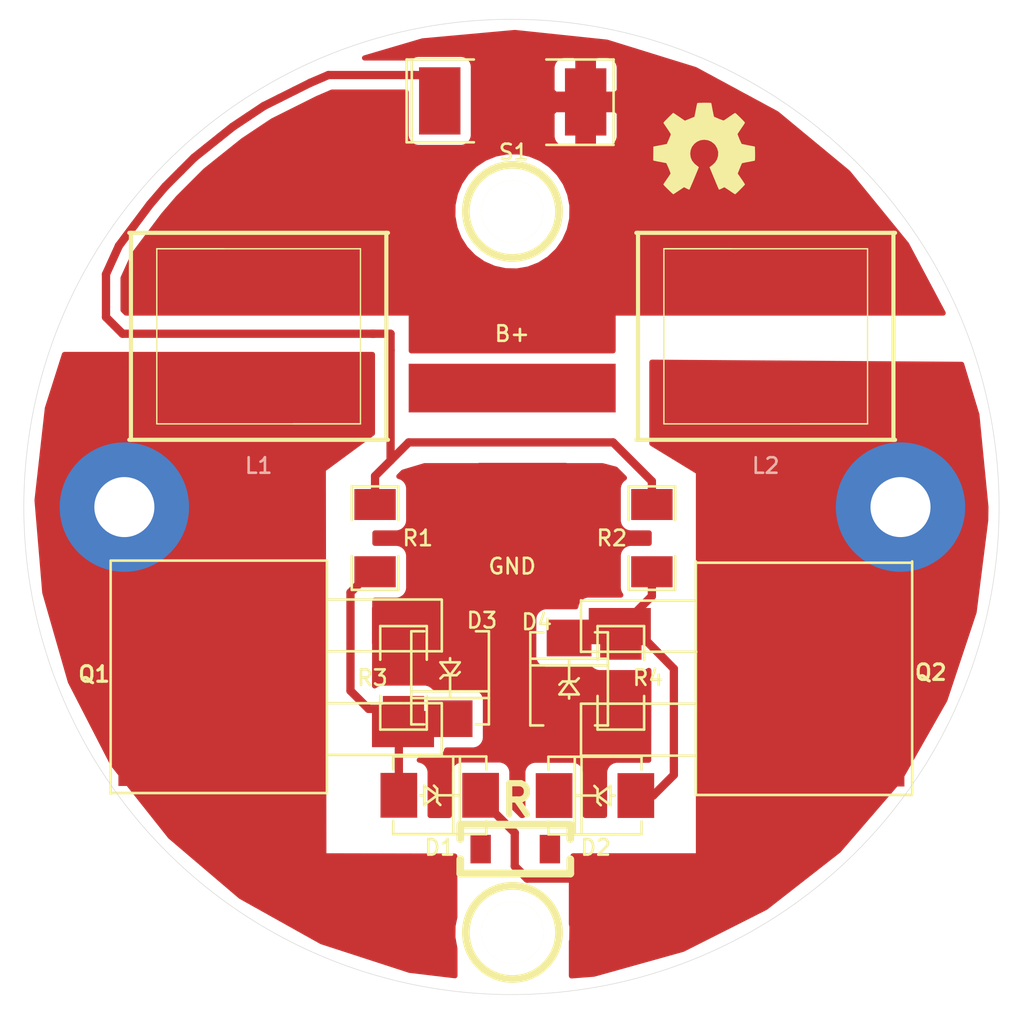
<source format=kicad_pcb>
(kicad_pcb (version 20171130) (host pcbnew "(5.1.12)-1")

  (general
    (thickness 1.6002)
    (drawings 1)
    (tracks 57)
    (zones 0)
    (modules 30)
    (nets 8)
  )

  (page A4)
  (title_block
    (title "SMT-ZVS Driver")
    (rev 9J)
  )

  (layers
    (0 Front mixed)
    (31 Back power hide)
    (32 B.Adhes user hide)
    (33 F.Adhes user)
    (34 B.Paste user hide)
    (35 F.Paste user)
    (36 B.SilkS user hide)
    (37 F.SilkS user)
    (38 B.Mask user hide)
    (39 F.Mask user)
    (40 Dwgs.User user)
    (41 Cmts.User user)
    (42 Eco1.User user)
    (43 Eco2.User user)
    (44 Edge.Cuts user)
  )

  (setup
    (last_trace_width 0.4064)
    (user_trace_width 0.6096)
    (user_trace_width 0.8128)
    (user_trace_width 1.2192)
    (trace_clearance 0.3302)
    (zone_clearance 0.508)
    (zone_45_only yes)
    (trace_min 0.3302)
    (via_size 0.889)
    (via_drill 0.3556)
    (via_min_size 0.889)
    (via_min_drill 0.3556)
    (uvia_size 0.508)
    (uvia_drill 0.127)
    (uvias_allowed no)
    (uvia_min_size 0.508)
    (uvia_min_drill 0.127)
    (edge_width 0.1)
    (segment_width 0.2)
    (pcb_text_width 0.3)
    (pcb_text_size 1.5 1.5)
    (mod_edge_width 0.15)
    (mod_text_size 1 1)
    (mod_text_width 0.15)
    (pad_size 6.35 6.35)
    (pad_drill 2.9464)
    (pad_to_mask_clearance 0)
    (aux_axis_origin 0 0)
    (visible_elements 7FFFFFFF)
    (pcbplotparams
      (layerselection 0x00030_ffffffff)
      (usegerberextensions true)
      (usegerberattributes true)
      (usegerberadvancedattributes true)
      (creategerberjobfile true)
      (excludeedgelayer true)
      (linewidth 0.150000)
      (plotframeref false)
      (viasonmask false)
      (mode 1)
      (useauxorigin false)
      (hpglpennumber 1)
      (hpglpenspeed 20)
      (hpglpendiameter 15.000000)
      (psnegative false)
      (psa4output false)
      (plotreference true)
      (plotvalue false)
      (plotinvisibletext false)
      (padsonsilk false)
      (subtractmaskfromsilk true)
      (outputformat 1)
      (mirror false)
      (drillshape 0)
      (scaleselection 1)
      (outputdirectory "/home/user/kicad/IH-10/"))
  )

  (net 0 "")
  (net 1 +BATT)
  (net 2 GND)
  (net 3 N-000002)
  (net 4 N-000004)
  (net 5 N-000005)
  (net 6 N-000006)
  (net 7 N-000007)

  (net_class Default "This is the default net class."
    (clearance 0.3302)
    (trace_width 0.4064)
    (via_dia 0.889)
    (via_drill 0.3556)
    (uvia_dia 0.508)
    (uvia_drill 0.127)
    (add_net +BATT)
    (add_net GND)
    (add_net N-000002)
    (add_net N-000004)
    (add_net N-000005)
    (add_net N-000006)
    (add_net N-000007)
  )

  (module 1pin locked (layer Front) (tedit 56606DD9) (tstamp 55BCAF6A)
    (at 65.7987 33.4899)
    (descr "module 1 pin (ou trou mecanique de percage)")
    (tags DEV)
    (path 1pin)
    (clearance 1.27)
    (zone_connect 0)
    (fp_text reference mount (at 0 -3.048) (layer F.SilkS) hide
      (effects (font (size 1.016 1.016) (thickness 0.254)))
    )
    (fp_text value P*** (at 0 2.794) (layer F.SilkS) hide
      (effects (font (size 1.016 1.016) (thickness 0.254)))
    )
    (fp_circle (center 0 0) (end 0 -2.286) (layer F.SilkS) (width 0.381))
    (pad "" np_thru_hole circle (at 0 0) (size 3.048 3.048) (drill 3.048) (layers *.Cu F.SilkS F.Mask)
      (zone_connect 0))
  )

  (module SM2112L (layer Front) (tedit 55B7CB13) (tstamp 555E883C)
    (at 65.6844 28.067)
    (attr smd)
    (fp_text reference S1 (at 0.1778 2.5146) (layer F.SilkS)
      (effects (font (size 0.762 0.762) (thickness 0.127)))
    )
    (fp_text value Val** (at -0.889 0 90) (layer F.SilkS) hide
      (effects (font (size 0.762 0.762) (thickness 0.1905)))
    )
    (fp_line (start 5.08 2.159) (end 1.778 2.159) (layer F.SilkS) (width 0.127))
    (fp_line (start 5.08 -2.032) (end 5.08 2.032) (layer F.SilkS) (width 0.127))
    (fp_line (start 1.778 -2.032) (end 5.08 -2.032) (layer F.SilkS) (width 0.127))
    (fp_line (start -1.778 -2.032) (end -5.08 -2.032) (layer F.SilkS) (width 0.127))
    (fp_line (start -1.778 2.032) (end -5.08 2.032) (layer F.SilkS) (width 0.127))
    (fp_line (start -4.826 -2.032) (end -4.826 2.032) (layer F.SilkS) (width 0.127))
    (fp_line (start -5.08 -2.032) (end -5.08 2.032) (layer F.SilkS) (width 0.127))
    (pad 2 smd rect (at 3.7084 0.0508) (size 2.032 3.302) (layers Front F.Paste F.Mask)
      (net 1 +BATT) (zone_connect 1) (thermal_width 1.016) (thermal_gap 0.508))
    (pad 1 smd rect (at -3.4544 0) (size 2.032 3.302) (layers Front F.Paste F.Mask)
      (net 5 N-000005))
    (model smd/chip_cms.wrl
      (at (xyz 0 0 0))
      (scale (xyz 0.3 0.4 0.4))
      (rotate (xyz 0 0 0))
    )
  )

  (module inductor-coilcraft-xal1010-102 (layer Front) (tedit 55B95497) (tstamp 5524B50A)
    (at 53.34 39.624 270)
    (descr "SMD INDUCTOR")
    (tags "SMD INDUCTOR")
    (path /52DDAEDB)
    (attr smd)
    (fp_text reference L1 (at 6.35 0) (layer B.SilkS)
      (effects (font (size 0.762 0.762) (thickness 0.127)))
    )
    (fp_text value INDUCTOR (at -1.45796 3.86334 270) (layer B.SilkS) hide
      (effects (font (size 1.27 1.27) (thickness 0.0889)))
    )
    (fp_line (start 5.08 6.26872) (end -5.08 6.26872) (layer F.SilkS) (width 0.2032))
    (fp_line (start 5.08 -6.26872) (end -5.08 -6.26872) (layer F.SilkS) (width 0.2032))
    (fp_line (start 5.08 6.35) (end 5.08 -6.35) (layer F.SilkS) (width 0.2032))
    (fp_line (start -5.08 -6.35) (end -5.08 6.35) (layer F.SilkS) (width 0.2032))
    (fp_line (start -4.29768 4.99872) (end -4.29768 -4.99872) (layer F.SilkS) (width 0.06604))
    (fp_line (start -4.29768 -4.99872) (end 4.29768 -4.99872) (layer F.SilkS) (width 0.06604))
    (fp_line (start 4.29768 4.99872) (end 4.29768 -4.99872) (layer F.SilkS) (width 0.06604))
    (fp_line (start -4.29768 4.99872) (end 4.29768 4.99872) (layer F.SilkS) (width 0.06604))
    (fp_line (start 4.29768 -1.69926) (end 4.29768 -4.99872) (layer F.SilkS) (width 0.06604))
    (fp_line (start -4.29768 4.99872) (end -4.29768 1.69926) (layer F.SilkS) (width 0.06604))
    (pad 1 smd rect (at -3.3274 0 270) (size 2.3876 11.303) (layers Front F.Paste F.Mask)
      (net 1 +BATT))
    (pad 2 smd rect (at 3.3274 0 270) (size 2.3876 11.303) (layers Front F.Paste F.Mask)
      (net 6 N-000006))
  )

  (module via (layer Front) (tedit 55324D26) (tstamp 55324D07)
    (at 72.009 54.61)
    (descr "module 1 pin (ou trou mecanique de percage)")
    (tags DEV)
    (path 1pin)
    (zone_connect 2)
    (fp_text reference "" (at 0 2.54) (layer F.SilkS) hide
      (effects (font (size 1.016 1.016) (thickness 0.254)))
    )
    (fp_text value "" (at 0 2.794) (layer F.SilkS) hide
      (effects (font (size 1.016 1.016) (thickness 0.254)))
    )
  )

  (module via (layer Front) (tedit 55324D10) (tstamp 5520A6B3)
    (at 70.739 54.61)
    (descr "module 1 pin (ou trou mecanique de percage)")
    (tags DEV)
    (path 1pin)
    (zone_connect 2)
    (fp_text reference "" (at 0 2.54) (layer F.SilkS) hide
      (effects (font (size 1.016 1.016) (thickness 0.254)))
    )
    (fp_text value "" (at 0 2.794) (layer F.SilkS) hide
      (effects (font (size 1.016 1.016) (thickness 0.254)))
    )
  )

  (module via (layer Front) (tedit 55324CDF) (tstamp 5520A698)
    (at 72.009 55.626)
    (descr "module 1 pin (ou trou mecanique de percage)")
    (tags DEV)
    (path 1pin)
    (zone_connect 2)
    (fp_text reference "" (at 0 2.54) (layer F.SilkS) hide
      (effects (font (size 1.016 1.016) (thickness 0.254)))
    )
    (fp_text value "" (at 0 2.794) (layer F.SilkS) hide
      (effects (font (size 1.016 1.016) (thickness 0.254)))
    )
  )

  (module via (layer Front) (tedit 55324CD4) (tstamp 5520A6A1)
    (at 70.739 55.626)
    (descr "module 1 pin (ou trou mecanique de percage)")
    (tags DEV)
    (path 1pin)
    (zone_connect 2)
    (fp_text reference "" (at 0 2.54) (layer F.SilkS) hide
      (effects (font (size 1.016 1.016) (thickness 0.254)))
    )
    (fp_text value "" (at 0 2.794) (layer F.SilkS) hide
      (effects (font (size 1.016 1.016) (thickness 0.254)))
    )
  )

  (module via (layer Front) (tedit 55324CAC) (tstamp 5520A6E7)
    (at 60.96 52.07)
    (descr "module 1 pin (ou trou mecanique de percage)")
    (tags DEV)
    (path 1pin)
    (zone_connect 2)
    (fp_text reference "" (at 0 2.54) (layer F.SilkS) hide
      (effects (font (size 1.016 1.016) (thickness 0.254)))
    )
    (fp_text value "" (at 0 2.794) (layer F.SilkS) hide
      (effects (font (size 1.016 1.016) (thickness 0.254)))
    )
  )

  (module via (layer Front) (tedit 55324CBB) (tstamp 551F435C)
    (at 62.23 52.07)
    (descr "module 1 pin (ou trou mecanique de percage)")
    (tags DEV)
    (path 1pin)
    (zone_connect 2)
    (fp_text reference "" (at 0 2.54) (layer F.SilkS) hide
      (effects (font (size 1.016 1.016) (thickness 0.254)))
    )
    (fp_text value "" (at 0 2.794) (layer F.SilkS) hide
      (effects (font (size 1.016 1.016) (thickness 0.254)))
    )
  )

  (module via (layer Front) (tedit 55324CC1) (tstamp 551F4353)
    (at 62.23 53.086)
    (descr "module 1 pin (ou trou mecanique de percage)")
    (tags DEV)
    (path 1pin)
    (zone_connect 2)
    (fp_text reference "" (at 0 2.54) (layer F.SilkS) hide
      (effects (font (size 1.016 1.016) (thickness 0.254)))
    )
    (fp_text value "" (at 0 2.794) (layer F.SilkS) hide
      (effects (font (size 1.016 1.016) (thickness 0.254)))
    )
  )

  (module DO214 (layer Front) (tedit 55B94DB6) (tstamp 52E43FF0)
    (at 62.738 56.388 270)
    (descr "DO214AC PACKAGE. MONODIRECTIONAL.")
    (tags "DO214AC PACKAGE. MONODIRECTIONAL.")
    (path /52DDB1BE)
    (attr smd)
    (fp_text reference D3 (at -2.8194 -1.5621) (layer F.SilkS)
      (effects (font (size 0.762 0.762) (thickness 0.127)))
    )
    (fp_text value ZENER (at 0.254 2.921 270) (layer F.SilkS) hide
      (effects (font (size 1.27 1.27) (thickness 0.0889)))
    )
    (fp_line (start -0.127 0) (end 0.98298 0) (layer F.SilkS) (width 0.127))
    (fp_line (start -0.127 0.3175) (end 0.03048 0.47498) (layer F.SilkS) (width 0.127))
    (fp_line (start -0.127 0) (end -0.127 0.3175) (layer F.SilkS) (width 0.127))
    (fp_line (start -0.127 -0.3175) (end -0.28448 -0.47498) (layer F.SilkS) (width 0.127))
    (fp_line (start -0.127 0) (end -0.127 -0.3175) (layer F.SilkS) (width 0.127))
    (fp_line (start -0.762 0.47498) (end -0.127 0) (layer F.SilkS) (width 0.127))
    (fp_line (start -0.762 0) (end -0.762 0.47498) (layer F.SilkS) (width 0.127))
    (fp_line (start -0.762 -0.47498) (end -0.762 0) (layer F.SilkS) (width 0.127))
    (fp_line (start -0.127 0) (end -0.762 -0.47498) (layer F.SilkS) (width 0.127))
    (fp_line (start -2.286 -1.27) (end -2.286 -1.905) (layer F.SilkS) (width 0.127))
    (fp_line (start 2.286 1.905) (end 2.286 1.27) (layer F.SilkS) (width 0.127))
    (fp_line (start -2.286 1.905) (end 2.286 1.905) (layer F.SilkS) (width 0.127))
    (fp_line (start -2.286 1.27) (end -2.286 1.905) (layer F.SilkS) (width 0.127))
    (fp_line (start 0.9906 1.905) (end 0.9906 -1.905) (layer F.SilkS) (width 0.127))
    (fp_line (start 0.6604 1.905) (end 0.6604 -1.905) (layer F.SilkS) (width 0.127))
    (fp_line (start 2.286 -1.905) (end 2.286 -1.27) (layer F.SilkS) (width 0.127))
    (fp_line (start -2.286 -1.905) (end 2.286 -1.905) (layer F.SilkS) (width 0.127))
    (fp_line (start -0.762 0) (end -0.9652 0) (layer F.SilkS) (width 0.127))
    (pad 1 smd rect (at -2.0066 0 270) (size 1.80086 2.19964) (layers Front F.Paste F.Mask)
      (net 2 GND))
    (pad 2 smd rect (at 2.0066 0 270) (size 1.80086 2.19964) (layers Front F.Paste F.Mask)
      (net 4 N-000004))
    (model smd/do214.wrl
      (at (xyz 0 0 0))
      (scale (xyz 1 1 1))
      (rotate (xyz 0 0 0))
    )
  )

  (module DO214 (layer Front) (tedit 55B94DD8) (tstamp 5516D487)
    (at 68.58 56.4388 90)
    (descr "DO214AC PACKAGE. MONODIRECTIONAL.")
    (tags "DO214AC PACKAGE. MONODIRECTIONAL.")
    (path /52DDB1DC)
    (attr smd)
    (fp_text reference D4 (at 2.794 -1.5875 180) (layer F.SilkS)
      (effects (font (size 0.762 0.762) (thickness 0.127)))
    )
    (fp_text value ZENER (at 0.254 2.921 90) (layer F.SilkS) hide
      (effects (font (size 1.27 1.27) (thickness 0.0889)))
    )
    (fp_line (start -0.127 0) (end 0.98298 0) (layer F.SilkS) (width 0.127))
    (fp_line (start -0.127 0.3175) (end 0.03048 0.47498) (layer F.SilkS) (width 0.127))
    (fp_line (start -0.127 0) (end -0.127 0.3175) (layer F.SilkS) (width 0.127))
    (fp_line (start -0.127 -0.3175) (end -0.28448 -0.47498) (layer F.SilkS) (width 0.127))
    (fp_line (start -0.127 0) (end -0.127 -0.3175) (layer F.SilkS) (width 0.127))
    (fp_line (start -0.762 0.47498) (end -0.127 0) (layer F.SilkS) (width 0.127))
    (fp_line (start -0.762 0) (end -0.762 0.47498) (layer F.SilkS) (width 0.127))
    (fp_line (start -0.762 -0.47498) (end -0.762 0) (layer F.SilkS) (width 0.127))
    (fp_line (start -0.127 0) (end -0.762 -0.47498) (layer F.SilkS) (width 0.127))
    (fp_line (start -2.286 -1.27) (end -2.286 -1.905) (layer F.SilkS) (width 0.127))
    (fp_line (start 2.286 1.905) (end 2.286 1.27) (layer F.SilkS) (width 0.127))
    (fp_line (start -2.286 1.905) (end 2.286 1.905) (layer F.SilkS) (width 0.127))
    (fp_line (start -2.286 1.27) (end -2.286 1.905) (layer F.SilkS) (width 0.127))
    (fp_line (start 0.9906 1.905) (end 0.9906 -1.905) (layer F.SilkS) (width 0.127))
    (fp_line (start 0.6604 1.905) (end 0.6604 -1.905) (layer F.SilkS) (width 0.127))
    (fp_line (start 2.286 -1.905) (end 2.286 -1.27) (layer F.SilkS) (width 0.127))
    (fp_line (start -2.286 -1.905) (end 2.286 -1.905) (layer F.SilkS) (width 0.127))
    (fp_line (start -0.762 0) (end -0.9652 0) (layer F.SilkS) (width 0.127))
    (pad 1 smd rect (at -2.0066 0 90) (size 1.80086 2.19964) (layers Front F.Paste F.Mask)
      (net 2 GND))
    (pad 2 smd rect (at 2.0066 0 90) (size 1.80086 2.19964) (layers Front F.Paste F.Mask)
      (net 3 N-000002))
    (model smd/do214.wrl
      (at (xyz 0 0 0))
      (scale (xyz 1 1 1))
      (rotate (xyz 0 0 0))
    )
  )

  (module SM1206 (layer Front) (tedit 559595B2) (tstamp 52AB74E6)
    (at 72.644 49.53 270)
    (path /52DDB78E)
    (attr smd)
    (fp_text reference R2 (at 0 1.9685) (layer F.SilkS)
      (effects (font (size 0.762 0.762) (thickness 0.127)))
    )
    (fp_text value 270 (at 0 0 270) (layer F.SilkS) hide
      (effects (font (size 0.762 0.762) (thickness 0.127)))
    )
    (fp_line (start -0.889 -1.143) (end -2.54 -1.143) (layer F.SilkS) (width 0.127))
    (fp_line (start 2.54 1.143) (end 0.889 1.143) (layer F.SilkS) (width 0.127))
    (fp_line (start 2.54 -1.143) (end 2.54 1.143) (layer F.SilkS) (width 0.127))
    (fp_line (start 0.889 -1.143) (end 2.54 -1.143) (layer F.SilkS) (width 0.127))
    (fp_line (start -2.54 1.143) (end -0.889 1.143) (layer F.SilkS) (width 0.127))
    (fp_line (start -2.54 -1.143) (end -2.54 1.143) (layer F.SilkS) (width 0.127))
    (pad 1 smd rect (at -1.651 0 270) (size 1.524 2.032) (layers Front F.Paste F.Mask)
      (net 5 N-000005))
    (pad 2 smd rect (at 1.651 0 270) (size 1.524 2.032) (layers Front F.Paste F.Mask)
      (net 3 N-000002))
    (model smd/chip_cms.wrl
      (at (xyz 0 0 0))
      (scale (xyz 0.17 0.16 0.16))
      (rotate (xyz 0 0 0))
    )
  )

  (module DO214 (layer Front) (tedit 566075AB) (tstamp 55BA6259)
    (at 69.85 62.1665 180)
    (descr "DO214AC PACKAGE. MONODIRECTIONAL.")
    (tags "DO214AC PACKAGE. MONODIRECTIONAL.")
    (path /52DDB383)
    (attr smd)
    (fp_text reference D2 (at -0.0381 -2.5527 180) (layer F.SilkS)
      (effects (font (size 0.762 0.762) (thickness 0.127)))
    )
    (fp_text value DIODE (at 0.254 2.921 180) (layer F.SilkS) hide
      (effects (font (size 1.27 1.27) (thickness 0.0889)))
    )
    (fp_line (start -0.127 0) (end 0.98298 0) (layer F.SilkS) (width 0.127))
    (fp_line (start -0.127 0.3175) (end 0.03048 0.47498) (layer F.SilkS) (width 0.127))
    (fp_line (start -0.127 0) (end -0.127 0.3175) (layer F.SilkS) (width 0.127))
    (fp_line (start -0.127 -0.3175) (end -0.28448 -0.47498) (layer F.SilkS) (width 0.127))
    (fp_line (start -0.127 0) (end -0.127 -0.3175) (layer F.SilkS) (width 0.127))
    (fp_line (start -0.762 0.47498) (end -0.127 0) (layer F.SilkS) (width 0.127))
    (fp_line (start -0.762 0) (end -0.762 0.47498) (layer F.SilkS) (width 0.127))
    (fp_line (start -0.762 -0.47498) (end -0.762 0) (layer F.SilkS) (width 0.127))
    (fp_line (start -0.127 0) (end -0.762 -0.47498) (layer F.SilkS) (width 0.127))
    (fp_line (start -2.286 -1.27) (end -2.286 -1.905) (layer F.SilkS) (width 0.127))
    (fp_line (start 2.286 1.905) (end 2.286 1.27) (layer F.SilkS) (width 0.127))
    (fp_line (start -2.286 1.905) (end 2.286 1.905) (layer F.SilkS) (width 0.127))
    (fp_line (start -2.286 1.27) (end -2.286 1.905) (layer F.SilkS) (width 0.127))
    (fp_line (start 0.9906 1.905) (end 0.9906 -1.905) (layer F.SilkS) (width 0.127))
    (fp_line (start 0.6604 1.905) (end 0.6604 -1.905) (layer F.SilkS) (width 0.127))
    (fp_line (start 2.286 -1.905) (end 2.286 -1.27) (layer F.SilkS) (width 0.127))
    (fp_line (start -2.286 -1.905) (end 2.286 -1.905) (layer F.SilkS) (width 0.127))
    (fp_line (start -0.762 0) (end -0.9652 0) (layer F.SilkS) (width 0.127))
    (pad 1 smd rect (at -2.0066 0 180) (size 1.80086 2.19964) (layers Front F.Paste F.Mask)
      (net 3 N-000002))
    (pad 2 smd rect (at 2.0066 0 180) (size 1.80086 2.19964) (layers Front F.Paste F.Mask)
      (net 6 N-000006))
    (model smd/do214.wrl
      (at (xyz 0 0 0))
      (scale (xyz 1 1 1))
      (rotate (xyz 0 0 0))
    )
  )

  (module DO214 (layer Front) (tedit 55B94E14) (tstamp 52AB7D18)
    (at 62.23 62.1538)
    (descr "DO214AC PACKAGE. MONODIRECTIONAL.")
    (tags "DO214AC PACKAGE. MONODIRECTIONAL.")
    (path /52DDB301)
    (attr smd)
    (fp_text reference D1 (at 0 2.5654) (layer F.SilkS)
      (effects (font (size 0.762 0.762) (thickness 0.127)))
    )
    (fp_text value DIODE (at 0.254 2.921) (layer F.SilkS) hide
      (effects (font (size 1.27 1.27) (thickness 0.0889)))
    )
    (fp_line (start -0.127 0) (end 0.98298 0) (layer F.SilkS) (width 0.127))
    (fp_line (start -0.127 0.3175) (end 0.03048 0.47498) (layer F.SilkS) (width 0.127))
    (fp_line (start -0.127 0) (end -0.127 0.3175) (layer F.SilkS) (width 0.127))
    (fp_line (start -0.127 -0.3175) (end -0.28448 -0.47498) (layer F.SilkS) (width 0.127))
    (fp_line (start -0.127 0) (end -0.127 -0.3175) (layer F.SilkS) (width 0.127))
    (fp_line (start -0.762 0.47498) (end -0.127 0) (layer F.SilkS) (width 0.127))
    (fp_line (start -0.762 0) (end -0.762 0.47498) (layer F.SilkS) (width 0.127))
    (fp_line (start -0.762 -0.47498) (end -0.762 0) (layer F.SilkS) (width 0.127))
    (fp_line (start -0.127 0) (end -0.762 -0.47498) (layer F.SilkS) (width 0.127))
    (fp_line (start -2.286 -1.27) (end -2.286 -1.905) (layer F.SilkS) (width 0.127))
    (fp_line (start 2.286 1.905) (end 2.286 1.27) (layer F.SilkS) (width 0.127))
    (fp_line (start -2.286 1.905) (end 2.286 1.905) (layer F.SilkS) (width 0.127))
    (fp_line (start -2.286 1.27) (end -2.286 1.905) (layer F.SilkS) (width 0.127))
    (fp_line (start 0.9906 1.905) (end 0.9906 -1.905) (layer F.SilkS) (width 0.127))
    (fp_line (start 0.6604 1.905) (end 0.6604 -1.905) (layer F.SilkS) (width 0.127))
    (fp_line (start 2.286 -1.905) (end 2.286 -1.27) (layer F.SilkS) (width 0.127))
    (fp_line (start -2.286 -1.905) (end 2.286 -1.905) (layer F.SilkS) (width 0.127))
    (fp_line (start -0.762 0) (end -0.9652 0) (layer F.SilkS) (width 0.127))
    (pad 1 smd rect (at -2.0066 0) (size 1.80086 2.19964) (layers Front F.Paste F.Mask)
      (net 4 N-000004))
    (pad 2 smd rect (at 2.0066 0) (size 1.80086 2.19964) (layers Front F.Paste F.Mask)
      (net 7 N-000007))
    (model smd/do214.wrl
      (at (xyz 0 0 0))
      (scale (xyz 1 1 1))
      (rotate (xyz 0 0 0))
    )
  )

  (module SM1206 (layer Front) (tedit 55959627) (tstamp 531E1973)
    (at 60.452 56.388 90)
    (path /531E1DC6)
    (attr smd)
    (fp_text reference R3 (at 0 -1.524 180) (layer F.SilkS)
      (effects (font (size 0.762 0.762) (thickness 0.127)))
    )
    (fp_text value 10K (at 0 0 90) (layer F.SilkS) hide
      (effects (font (size 0.762 0.762) (thickness 0.127)))
    )
    (fp_line (start -0.889 -1.143) (end -2.54 -1.143) (layer F.SilkS) (width 0.127))
    (fp_line (start 2.54 1.143) (end 0.889 1.143) (layer F.SilkS) (width 0.127))
    (fp_line (start 2.54 -1.143) (end 2.54 1.143) (layer F.SilkS) (width 0.127))
    (fp_line (start 0.889 -1.143) (end 2.54 -1.143) (layer F.SilkS) (width 0.127))
    (fp_line (start -2.54 1.143) (end -0.889 1.143) (layer F.SilkS) (width 0.127))
    (fp_line (start -2.54 -1.143) (end -2.54 1.143) (layer F.SilkS) (width 0.127))
    (pad 1 smd rect (at -1.651 0 90) (size 1.524 2.032) (layers Front F.Paste F.Mask)
      (net 4 N-000004))
    (pad 2 smd rect (at 1.651 0 90) (size 1.524 2.032) (layers Front F.Paste F.Mask)
      (net 2 GND))
    (model smd/chip_cms.wrl
      (at (xyz 0 0 0))
      (scale (xyz 0.17 0.16 0.16))
      (rotate (xyz 0 0 0))
    )
  )

  (module SM1206 (layer Front) (tedit 55959640) (tstamp 531E1CCB)
    (at 71.12 56.388 270)
    (path /531E1DD4)
    (attr smd)
    (fp_text reference R4 (at 0 -1.3335) (layer F.SilkS)
      (effects (font (size 0.762 0.762) (thickness 0.127)))
    )
    (fp_text value 10K (at 0 0 270) (layer F.SilkS) hide
      (effects (font (size 0.762 0.762) (thickness 0.127)))
    )
    (fp_line (start -0.889 -1.143) (end -2.54 -1.143) (layer F.SilkS) (width 0.127))
    (fp_line (start 2.54 1.143) (end 0.889 1.143) (layer F.SilkS) (width 0.127))
    (fp_line (start 2.54 -1.143) (end 2.54 1.143) (layer F.SilkS) (width 0.127))
    (fp_line (start 0.889 -1.143) (end 2.54 -1.143) (layer F.SilkS) (width 0.127))
    (fp_line (start -2.54 1.143) (end -0.889 1.143) (layer F.SilkS) (width 0.127))
    (fp_line (start -2.54 -1.143) (end -2.54 1.143) (layer F.SilkS) (width 0.127))
    (pad 1 smd rect (at -1.651 0 270) (size 1.524 2.032) (layers Front F.Paste F.Mask)
      (net 3 N-000002))
    (pad 2 smd rect (at 1.651 0 270) (size 1.524 2.032) (layers Front F.Paste F.Mask)
      (net 2 GND))
    (model smd/chip_cms.wrl
      (at (xyz 0 0 0))
      (scale (xyz 0.17 0.16 0.16))
      (rotate (xyz 0 0 0))
    )
  )

  (module SM1206 (layer Front) (tedit 55959597) (tstamp 5388EA5B)
    (at 59.055 49.53 270)
    (path /52DDB77B)
    (attr smd)
    (fp_text reference R1 (at 0 -2.0955) (layer F.SilkS)
      (effects (font (size 0.762 0.762) (thickness 0.127)))
    )
    (fp_text value 270 (at 0 0 270) (layer F.SilkS) hide
      (effects (font (size 0.762 0.762) (thickness 0.127)))
    )
    (fp_line (start -0.889 -1.143) (end -2.54 -1.143) (layer F.SilkS) (width 0.127))
    (fp_line (start 2.54 1.143) (end 0.889 1.143) (layer F.SilkS) (width 0.127))
    (fp_line (start 2.54 -1.143) (end 2.54 1.143) (layer F.SilkS) (width 0.127))
    (fp_line (start 0.889 -1.143) (end 2.54 -1.143) (layer F.SilkS) (width 0.127))
    (fp_line (start -2.54 1.143) (end -0.889 1.143) (layer F.SilkS) (width 0.127))
    (fp_line (start -2.54 -1.143) (end -2.54 1.143) (layer F.SilkS) (width 0.127))
    (pad 1 smd rect (at -1.651 0 270) (size 1.524 2.032) (layers Front F.Paste F.Mask)
      (net 5 N-000005))
    (pad 2 smd rect (at 1.651 0 270) (size 1.524 2.032) (layers Front F.Paste F.Mask)
      (net 4 N-000004))
    (model smd/chip_cms.wrl
      (at (xyz 0 0 0))
      (scale (xyz 0.17 0.16 0.16))
      (rotate (xyz 0 0 0))
    )
  )

  (module via (layer Front) (tedit 55324CCB) (tstamp 5518EDB0)
    (at 59.944 55.372)
    (descr "module 1 pin (ou trou mecanique de percage)")
    (tags DEV)
    (path 1pin)
    (zone_connect 2)
    (fp_text reference "" (at 0 2.54) (layer F.SilkS) hide
      (effects (font (size 1.016 1.016) (thickness 0.254)))
    )
    (fp_text value "" (at 0 2.794) (layer F.SilkS) hide
      (effects (font (size 1.016 1.016) (thickness 0.254)))
    )
  )

  (module via (layer Front) (tedit 552459C5) (tstamp 5518EDC2)
    (at 67.564 61.468)
    (descr "module 1 pin (ou trou mecanique de percage)")
    (tags DEV)
    (path 1pin)
    (zone_connect 2)
    (fp_text reference "" (at 0 2.54) (layer F.SilkS) hide
      (effects (font (size 1.016 1.016) (thickness 0.254)))
    )
    (fp_text value "" (at 0 2.794) (layer F.SilkS) hide
      (effects (font (size 1.016 1.016) (thickness 0.254)))
    )
  )

  (module via (layer Front) (tedit 552459D2) (tstamp 5518EDCB)
    (at 71.882 56.388)
    (descr "module 1 pin (ou trou mecanique de percage)")
    (tags DEV)
    (path 1pin)
    (zone_connect 2)
    (fp_text reference "" (at 0 2.54) (layer F.SilkS) hide
      (effects (font (size 1.016 1.016) (thickness 0.254)))
    )
    (fp_text value "" (at 0 2.794) (layer F.SilkS) hide
      (effects (font (size 1.016 1.016) (thickness 0.254)))
    )
  )

  (module inductor-coilcraft-xal1010-102 (layer Front) (tedit 55B954BC) (tstamp 5521D631)
    (at 78.232 39.624 270)
    (descr "SMD INDUCTOR")
    (tags "SMD INDUCTOR")
    (path /52DDAEDB)
    (attr smd)
    (fp_text reference L2 (at 6.35 0) (layer B.SilkS)
      (effects (font (size 0.762 0.762) (thickness 0.127)))
    )
    (fp_text value INDUCTOR (at -1.45796 3.86334 270) (layer B.SilkS) hide
      (effects (font (size 1.27 1.27) (thickness 0.0889)))
    )
    (fp_line (start 5.08 6.26872) (end -5.08 6.26872) (layer F.SilkS) (width 0.2032))
    (fp_line (start 5.08 -6.26872) (end -5.08 -6.26872) (layer F.SilkS) (width 0.2032))
    (fp_line (start 5.08 6.35) (end 5.08 -6.35) (layer F.SilkS) (width 0.2032))
    (fp_line (start -5.08 -6.35) (end -5.08 6.35) (layer F.SilkS) (width 0.2032))
    (fp_line (start -4.29768 4.99872) (end -4.29768 -4.99872) (layer F.SilkS) (width 0.06604))
    (fp_line (start -4.29768 -4.99872) (end 4.29768 -4.99872) (layer F.SilkS) (width 0.06604))
    (fp_line (start 4.29768 4.99872) (end 4.29768 -4.99872) (layer F.SilkS) (width 0.06604))
    (fp_line (start -4.29768 4.99872) (end 4.29768 4.99872) (layer F.SilkS) (width 0.06604))
    (fp_line (start 4.29768 -1.69926) (end 4.29768 -4.99872) (layer F.SilkS) (width 0.06604))
    (fp_line (start -4.29768 4.99872) (end -4.29768 1.69926) (layer F.SilkS) (width 0.06604))
    (pad 1 smd rect (at -3.3274 0 270) (size 2.3876 11.303) (layers Front F.Paste F.Mask)
      (net 1 +BATT))
    (pad 2 smd rect (at 3.3274 0 270) (size 2.3876 11.303) (layers Front F.Paste F.Mask)
      (net 7 N-000007))
  )

  (module 1pin locked (layer Front) (tedit 56606DF9) (tstamp 55874155)
    (at 65.7987 68.8848)
    (descr "module 1 pin (ou trou mecanique de percage)")
    (tags DEV)
    (path 1pin)
    (clearance 1.27)
    (zone_connect 0)
    (fp_text reference mount (at 0 -3.048) (layer F.SilkS) hide
      (effects (font (size 1.016 1.016) (thickness 0.254)))
    )
    (fp_text value P*** (at 0 2.794) (layer F.SilkS) hide
      (effects (font (size 1.016 1.016) (thickness 0.254)))
    )
    (fp_circle (center 0 0) (end 0 -2.286) (layer F.SilkS) (width 0.381))
    (pad "" np_thru_hole circle (at 0 0) (size 3.048 3.048) (drill 3.048) (layers *.Cu F.SilkS F.Mask)
      (zone_connect 0))
  )

  (module OSHW-logo_silkscreen-front_5mm (layer Front) (tedit 0) (tstamp 55BA60EB)
    (at 75.2094 30.4038)
    (fp_text reference G*** (at 0 2.65176) (layer F.SilkS) hide
      (effects (font (size 0.22606 0.22606) (thickness 0.04318)))
    )
    (fp_text value OSHW-logo_silkscreen-front_5mm (at 0 -2.65176) (layer F.SilkS) hide
      (effects (font (size 0.22606 0.22606) (thickness 0.04318)))
    )
    (fp_poly (pts (xy -1.51384 2.24536) (xy -1.48844 2.23012) (xy -1.43002 2.19456) (xy -1.3462 2.13868)
      (xy -1.24714 2.07264) (xy -1.14808 2.0066) (xy -1.0668 1.95326) (xy -1.01092 1.91516)
      (xy -0.98552 1.90246) (xy -0.97282 1.90754) (xy -0.9271 1.9304) (xy -0.85852 1.96596)
      (xy -0.81788 1.98628) (xy -0.75692 2.01168) (xy -0.7239 2.0193) (xy -0.71882 2.00914)
      (xy -0.69596 1.96088) (xy -0.6604 1.8796) (xy -0.61468 1.77038) (xy -0.5588 1.64338)
      (xy -0.50292 1.50876) (xy -0.4445 1.36906) (xy -0.38862 1.23444) (xy -0.34036 1.11506)
      (xy -0.29972 1.01854) (xy -0.27432 0.94996) (xy -0.26416 0.92202) (xy -0.2667 0.9144)
      (xy -0.29972 0.88392) (xy -0.35306 0.84328) (xy -0.47244 0.74676) (xy -0.58928 0.60198)
      (xy -0.6604 0.43688) (xy -0.68326 0.25146) (xy -0.66294 0.08128) (xy -0.5969 -0.08128)
      (xy -0.4826 -0.2286) (xy -0.3429 -0.33782) (xy -0.18034 -0.4064) (xy 0 -0.42926)
      (xy 0.17272 -0.40894) (xy 0.34036 -0.3429) (xy 0.48768 -0.23114) (xy 0.55118 -0.16002)
      (xy 0.63754 -0.01016) (xy 0.6858 0.14732) (xy 0.69088 0.18796) (xy 0.68326 0.36322)
      (xy 0.63246 0.5334) (xy 0.53848 0.68326) (xy 0.40894 0.80772) (xy 0.3937 0.81788)
      (xy 0.33528 0.8636) (xy 0.29464 0.89408) (xy 0.26416 0.91948) (xy 0.48768 1.45796)
      (xy 0.52324 1.54178) (xy 0.5842 1.6891) (xy 0.63754 1.8161) (xy 0.68072 1.9177)
      (xy 0.7112 1.98374) (xy 0.7239 2.01168) (xy 0.7239 2.01422) (xy 0.74422 2.01676)
      (xy 0.78486 2.00152) (xy 0.86106 1.96596) (xy 0.90932 1.94056) (xy 0.96774 1.91262)
      (xy 0.99314 1.90246) (xy 1.016 1.91516) (xy 1.06934 1.95072) (xy 1.15062 2.00406)
      (xy 1.24714 2.06756) (xy 1.33858 2.13106) (xy 1.4224 2.18694) (xy 1.48336 2.22504)
      (xy 1.51384 2.24282) (xy 1.51892 2.24282) (xy 1.54432 2.22758) (xy 1.59258 2.18694)
      (xy 1.66624 2.11836) (xy 1.77038 2.01422) (xy 1.78562 1.99898) (xy 1.87198 1.91262)
      (xy 1.94056 1.83896) (xy 1.98628 1.78816) (xy 2.00406 1.7653) (xy 1.98882 1.73482)
      (xy 1.95072 1.67386) (xy 1.89484 1.5875) (xy 1.82626 1.48844) (xy 1.64846 1.22936)
      (xy 1.74498 0.98552) (xy 1.77546 0.90932) (xy 1.81356 0.82042) (xy 1.8415 0.75438)
      (xy 1.85674 0.72644) (xy 1.88214 0.71628) (xy 1.95072 0.70104) (xy 2.04724 0.68072)
      (xy 2.16154 0.6604) (xy 2.2733 0.64008) (xy 2.37236 0.61976) (xy 2.44348 0.60706)
      (xy 2.4765 0.59944) (xy 2.48412 0.59436) (xy 2.49174 0.57912) (xy 2.49428 0.5461)
      (xy 2.49682 0.48514) (xy 2.49936 0.39116) (xy 2.49936 0.25146) (xy 2.49936 0.23622)
      (xy 2.49682 0.10668) (xy 2.49428 0) (xy 2.49174 -0.06604) (xy 2.48666 -0.09398)
      (xy 2.45618 -0.1016) (xy 2.38506 -0.11684) (xy 2.286 -0.13462) (xy 2.16662 -0.15748)
      (xy 2.159 -0.16002) (xy 2.04216 -0.18288) (xy 1.9431 -0.2032) (xy 1.87198 -0.21844)
      (xy 1.84404 -0.2286) (xy 1.83642 -0.23622) (xy 1.81356 -0.28194) (xy 1.78054 -0.3556)
      (xy 1.7399 -0.4445) (xy 1.7018 -0.53848) (xy 1.66878 -0.6223) (xy 1.64592 -0.68326)
      (xy 1.6383 -0.7112) (xy 1.64084 -0.71374) (xy 1.65862 -0.74168) (xy 1.69926 -0.80264)
      (xy 1.75514 -0.88646) (xy 1.82372 -0.98806) (xy 1.8288 -0.99568) (xy 1.89738 -1.09474)
      (xy 1.95326 -1.1811) (xy 1.98882 -1.23952) (xy 2.00406 -1.26746) (xy 2.00406 -1.27)
      (xy 1.9812 -1.30048) (xy 1.9304 -1.35636) (xy 1.85674 -1.43256) (xy 1.77038 -1.52146)
      (xy 1.74244 -1.54686) (xy 1.64338 -1.64338) (xy 1.57734 -1.70434) (xy 1.53416 -1.73736)
      (xy 1.51384 -1.74498) (xy 1.48336 -1.7272) (xy 1.41986 -1.68656) (xy 1.33604 -1.62814)
      (xy 1.23444 -1.55956) (xy 1.22682 -1.55448) (xy 1.12776 -1.4859) (xy 1.04394 -1.43002)
      (xy 0.98552 -1.38938) (xy 0.95758 -1.37414) (xy 0.95504 -1.37414) (xy 0.9144 -1.38684)
      (xy 0.84328 -1.41224) (xy 0.75438 -1.44526) (xy 0.66294 -1.48336) (xy 0.57912 -1.51892)
      (xy 0.51562 -1.54686) (xy 0.48514 -1.56464) (xy 0.47498 -1.6002) (xy 0.4572 -1.6764)
      (xy 0.43688 -1.778) (xy 0.41148 -1.89992) (xy 0.40894 -1.92024) (xy 0.38608 -2.03962)
      (xy 0.3683 -2.13868) (xy 0.35306 -2.20726) (xy 0.34544 -2.2352) (xy 0.3302 -2.23774)
      (xy 0.27178 -2.24282) (xy 0.18288 -2.24536) (xy 0.07366 -2.24536) (xy -0.0381 -2.24536)
      (xy -0.14732 -2.24282) (xy -0.2413 -2.24028) (xy -0.30988 -2.2352) (xy -0.33782 -2.23012)
      (xy -0.33782 -2.22758) (xy -0.34798 -2.18948) (xy -0.36576 -2.11582) (xy -0.38608 -2.01168)
      (xy -0.40894 -1.88976) (xy -0.41402 -1.8669) (xy -0.43688 -1.75006) (xy -0.4572 -1.651)
      (xy -0.4699 -1.58496) (xy -0.47752 -1.55702) (xy -0.49022 -1.55194) (xy -0.53848 -1.53162)
      (xy -0.61722 -1.4986) (xy -0.71628 -1.45796) (xy -0.94488 -1.36652) (xy -1.22682 -1.55702)
      (xy -1.25222 -1.5748) (xy -1.35382 -1.64338) (xy -1.4351 -1.69926) (xy -1.49352 -1.73736)
      (xy -1.51638 -1.75006) (xy -1.51892 -1.75006) (xy -1.54686 -1.72466) (xy -1.60274 -1.67132)
      (xy -1.67894 -1.59766) (xy -1.76784 -1.5113) (xy -1.83134 -1.44526) (xy -1.91008 -1.36652)
      (xy -1.95834 -1.31318) (xy -1.98628 -1.28016) (xy -1.9939 -1.25984) (xy -1.99136 -1.2446)
      (xy -1.97358 -1.21666) (xy -1.93294 -1.1557) (xy -1.87452 -1.06934) (xy -1.80594 -0.97028)
      (xy -1.75006 -0.88646) (xy -1.6891 -0.79248) (xy -1.651 -0.72644) (xy -1.63576 -0.69342)
      (xy -1.64084 -0.68072) (xy -1.65862 -0.62484) (xy -1.69418 -0.54102) (xy -1.73482 -0.44196)
      (xy -1.83388 -0.22098) (xy -1.97866 -0.19304) (xy -2.06756 -0.17526) (xy -2.18948 -0.1524)
      (xy -2.30886 -0.12954) (xy -2.49174 -0.09398) (xy -2.49936 0.58166) (xy -2.47142 0.59436)
      (xy -2.44348 0.60198) (xy -2.3749 0.61722) (xy -2.27838 0.63754) (xy -2.16154 0.65786)
      (xy -2.06502 0.67564) (xy -1.96596 0.69596) (xy -1.89484 0.70866) (xy -1.86436 0.71628)
      (xy -1.8542 0.72644) (xy -1.83134 0.7747) (xy -1.79578 0.8509) (xy -1.75514 0.94234)
      (xy -1.71704 1.03632) (xy -1.68148 1.12522) (xy -1.65862 1.19126) (xy -1.64846 1.22428)
      (xy -1.66116 1.25222) (xy -1.69926 1.31064) (xy -1.7526 1.39192) (xy -1.82118 1.49098)
      (xy -1.88722 1.5875) (xy -1.94564 1.67132) (xy -1.98374 1.73228) (xy -2.00152 1.76022)
      (xy -1.99136 1.778) (xy -1.95326 1.82626) (xy -1.8796 1.90246) (xy -1.76784 2.01168)
      (xy -1.75006 2.02946) (xy -1.6637 2.11328) (xy -1.59004 2.18186) (xy -1.5367 2.22758)
      (xy -1.51384 2.24536)) (layer F.SilkS) (width 0.00254))
  )

  (module mystuff:DPAKGDS-Q1 (layer Front) (tedit 56609863) (tstamp 56667635)
    (at 60.4266 56.3626 90)
    (tags "CMS DPACK")
    (path /52DDB130)
    (zone_connect 2)
    (fp_text reference Q1 (at 0.1524 -15.1638 180) (layer F.SilkS)
      (effects (font (size 0.762 0.762) (thickness 0.1524)))
    )
    (fp_text value MOSFET_N (at 0.01 -2.55 90) (layer F.SilkS) hide
      (effects (font (size 1.27 1.27) (thickness 0.1524)))
    )
    (fp_line (start 3.81 1.905) (end 1.27 1.905) (layer F.SilkS) (width 0.127))
    (fp_line (start -1.27 1.905) (end -3.81 1.905) (layer F.SilkS) (width 0.127))
    (fp_line (start -5.715 -14.351) (end 5.715 -14.351) (layer F.SilkS) (width 0.127))
    (fp_line (start 5.725 -3.733) (end -5.705 -3.733) (layer F.SilkS) (width 0.127))
    (fp_line (start -3.81 1.89) (end -3.81 -3.72) (layer F.SilkS) (width 0.127))
    (fp_line (start -1.27 1.89) (end -1.27 -3.72) (layer F.SilkS) (width 0.127))
    (fp_line (start 1.28 1.9) (end 1.28 -3.72) (layer F.SilkS) (width 0.127))
    (fp_line (start 3.82 1.89) (end 3.82 -3.71) (layer F.SilkS) (width 0.127))
    (fp_line (start -5.68 -3.73) (end -5.68 -14.33) (layer F.SilkS) (width 0.127))
    (fp_line (start 5.73 -3.73) (end 5.73 -14.35) (layer F.SilkS) (width 0.127))
    (pad D smd rect (at 0 -9.525 90) (size 10.668 8.89) (layers Front F.Paste F.Mask)
      (net 6 N-000006) (zone_connect 2))
    (pad G smd rect (at -2.54 0 90) (size 1.778 3.048) (layers Front F.Paste F.Mask)
      (net 4 N-000004) (zone_connect 2))
    (pad S smd rect (at 2.54 0 90) (size 1.778 3.048) (layers Front F.Paste F.Mask)
      (net 2 GND) (zone_connect 2))
    (model smd/dpack_3.wrl
      (offset (xyz 0 1.015999984741211 0))
      (scale (xyz 1 1 1))
      (rotate (xyz 0 0 0))
    )
  )

  (module mystuff:DPAKGDS-Q2 (layer Front) (tedit 566067A8) (tstamp 56667F82)
    (at 71.0692 56.388 270)
    (tags "CMS DPACK")
    (path /52DDB130)
    (zone_connect 2)
    (fp_text reference Q2 (at -0.2667 -15.2654) (layer F.SilkS)
      (effects (font (size 0.762 0.762) (thickness 0.1524)))
    )
    (fp_text value MOSFET_N (at 0 -2.57 270) (layer F.SilkS) hide
      (effects (font (size 1.27 1.27) (thickness 0.1524)))
    )
    (fp_line (start 3.81 1.905) (end 1.27 1.905) (layer F.SilkS) (width 0.127))
    (fp_line (start -1.27 1.905) (end -3.81 1.905) (layer F.SilkS) (width 0.127))
    (fp_line (start -5.715 -14.351) (end 5.715 -14.351) (layer F.SilkS) (width 0.127))
    (fp_line (start 5.715 -3.733) (end -5.715 -3.733) (layer F.SilkS) (width 0.127))
    (fp_line (start -5.65 -3.73) (end -5.65 -14.33) (layer F.SilkS) (width 0.127))
    (fp_line (start 5.75 -3.73) (end 5.75 -14.33) (layer F.SilkS) (width 0.127))
    (fp_line (start -3.79 1.89) (end -3.79 -3.72) (layer F.SilkS) (width 0.127))
    (fp_line (start -1.28 1.89) (end -1.28 -3.75) (layer F.SilkS) (width 0.127))
    (fp_line (start 1.27 1.9) (end 1.27 -3.7) (layer F.SilkS) (width 0.127))
    (fp_line (start 3.82 1.9) (end 3.82 -3.72) (layer F.SilkS) (width 0.127))
    (pad D smd rect (at 0 -9.525 270) (size 10.668 8.89) (layers Front F.Paste F.Mask)
      (net 7 N-000007) (zone_connect 2))
    (pad G smd rect (at -2.54 0 270) (size 1.778 3.048) (layers Front F.Paste F.Mask)
      (net 3 N-000002) (zone_connect 2))
    (pad S smd rect (at 2.54 0 270) (size 1.778 3.048) (layers Front F.Paste F.Mask)
      (net 2 GND) (zone_connect 2))
    (model smd/dpack_3.wrl
      (offset (xyz 0 1.015999984741211 0))
      (scale (xyz 1 1 1))
      (rotate (xyz 0 0 0))
    )
  )

  (module mystuff:Pad-B+ (layer Front) (tedit 566079B9) (tstamp 56695244)
    (at 65.786 42.164)
    (descr "module 1 pin (ou trou mecanique de percage)")
    (tags DEV)
    (fp_text reference B+ (at 0 -2.667) (layer F.SilkS)
      (effects (font (size 0.762 0.762) (thickness 0.127)))
    )
    (fp_text value "" (at 0 2.794) (layer F.SilkS) hide
      (effects (font (size 1.016 1.016) (thickness 0.254)))
    )
    (pad 1 smd rect (at 0 0) (size 10.16 2.3876) (layers Front F.Paste F.Mask)
      (zone_connect 2))
  )

  (module mystuff:Pad-Gnd (layer Front) (tedit 56606987) (tstamp 56695322)
    (at 65.786 47.9933)
    (descr "module 1 pin (ou trou mecanique de percage)")
    (tags DEV)
    (path 1pin)
    (fp_text reference GND (at 0 2.921) (layer F.SilkS)
      (effects (font (size 0.762 0.762) (thickness 0.127)))
    )
    (fp_text value "" (at 0 2.794) (layer F.SilkS) hide
      (effects (font (size 1.016 1.016) (thickness 0.254)))
    )
    (pad 1 smd rect (at 0.508 0) (size 4.318 4.318) (layers Front F.Paste F.Mask)
      (net 2 GND) (zone_connect 2))
  )

  (module mystuff:endcap-ss locked (layer Front) (tedit 5660C787) (tstamp 5669541F)
    (at 65.7987 48.006)
    (fp_text reference endcap (at 0 0) (layer F.SilkS) hide
      (effects (font (size 1.5 1.5) (thickness 0.15)))
    )
    (fp_text value VAL** (at 0 0) (layer F.SilkS) hide
      (effects (font (size 1.5 1.5) (thickness 0.15)))
    )
    (pad "" thru_hole circle (at 19.05 0) (size 6.35 6.35) (drill 2.9464) (layers Front F.Mask)
      (net 7 N-000007) (zone_connect 2))
    (pad "" thru_hole circle (at -19.05 0) (size 6.35 6.35) (drill 2.9464) (layers Front F.Mask)
      (net 6 N-000006) (zone_connect 2))
  )

  (module Resistors_SMD:Resistor_SMD1206_ReflowWave (layer Front) (tedit 5660C29E) (tstamp 5660BBE2)
    (at 65.9384 64.7954)
    (descr "Resistor, SMD, 1206, Reflow, Wave,")
    (tags "Resistor, SMD, 1206, Reflow, Wave,")
    (attr smd)
    (fp_text reference R (at 0.09906 -2.4003) (layer F.SilkS)
      (effects (font (size 1.524 1.524) (thickness 0.3048)))
    )
    (fp_text value Resistor_SMD1206_ReflowWave_RevA_Date21Jun2010 (at 2.70002 2.70002) (layer F.SilkS) hide
      (effects (font (size 1.524 1.524) (thickness 0.3048)))
    )
    (fp_line (start -2.70002 -1.19888) (end -2.70002 -0.50038) (layer F.SilkS) (width 0.381))
    (fp_line (start 2.70002 -1.19888) (end -2.70002 -1.19888) (layer F.SilkS) (width 0.381))
    (fp_line (start 2.70002 -0.50038) (end 2.70002 -1.19888) (layer F.SilkS) (width 0.381))
    (fp_line (start 2.70002 1.19888) (end 2.70002 0.50038) (layer F.SilkS) (width 0.381))
    (fp_line (start -2.70002 1.19888) (end 2.70002 1.19888) (layer F.SilkS) (width 0.381))
    (fp_line (start -2.70002 0.50038) (end -2.70002 1.19888) (layer F.SilkS) (width 0.381))
    (fp_circle (center 0 0) (end 0.14986 0.0508) (layer F.Adhes) (width 0.381))
    (fp_circle (center 0 0) (end 0.50038 0) (layer F.Adhes) (width 0.381))
    (pad 1 smd rect (at -1.69926 0) (size 1.00076 1.39954) (layers Front F.Paste F.Mask))
    (pad 2 smd rect (at 1.69926 0) (size 1.00076 1.39954) (layers Front F.Paste F.Mask))
  )

  (gr_circle (center 65.75044 47.99838) (end 89.49944 50.99812) (layer Edge.Cuts) (width 0.0254))

  (segment (start 67.8434 64.58966) (end 67.63766 64.7954) (width 0.4064) (layer Front) (net 0) (tstamp 5660BEF6))
  (segment (start 73.7235 55.9435) (end 72.39 54.5846) (width 0.4064) (layer Front) (net 3) (tstamp 5595D7EF) (status 20))
  (segment (start 72.39 54.5846) (end 72.009 54.5846) (width 0.4064) (layer Front) (net 3) (tstamp 5595D7FE) (status 30))
  (segment (start 73.7235 61.1505) (end 73.7235 55.9435) (width 0.4064) (layer Front) (net 3) (tstamp 5595D7D6))
  (segment (start 72.7075 62.1665) (end 73.7235 61.1505) (width 0.4064) (layer Front) (net 3) (tstamp 5595D7CD))
  (segment (start 71.8566 62.1665) (end 72.7075 62.1665) (width 0.4064) (layer Front) (net 3))
  (segment (start 72.644 52.3748) (end 72.644 51.181) (width 0.4064) (layer Front) (net 3) (tstamp 56695462))
  (segment (start 71.12 53.8988) (end 72.644 52.3748) (width 0.4064) (layer Front) (net 3) (tstamp 56695461))
  (segment (start 71.12 54.737) (end 71.12 53.8988) (width 0.4064) (layer Front) (net 3) (tstamp 56695460))
  (segment (start 70.8152 54.4322) (end 71.12 54.737) (width 0.4064) (layer Front) (net 3) (tstamp 5669545F))
  (segment (start 68.58 54.4322) (end 70.8152 54.4322) (width 0.4064) (layer Front) (net 3))
  (segment (start 62.738 58.3946) (end 60.8076 58.3946) (width 0.4064) (layer Front) (net 4))
  (segment (start 60.8076 58.3946) (end 60.452 58.039) (width 0.4064) (layer Front) (net 4) (tstamp 56607604))
  (segment (start 60.452 58.039) (end 60.452 58.8772) (width 0.4064) (layer Front) (net 4) (tstamp 56607617))
  (segment (start 60.452 58.8772) (end 60.2234 59.1058) (width 0.4064) (layer Front) (net 4) (tstamp 5660763F))
  (segment (start 60.2234 59.1058) (end 60.2234 62.1538) (width 0.4064) (layer Front) (net 4) (tstamp 56607645))
  (segment (start 58.8645 51.181) (end 57.8485 52.197) (width 0.4064) (layer Front) (net 4) (tstamp 5595D837))
  (segment (start 57.8485 52.197) (end 57.8485 57.023) (width 0.4064) (layer Front) (net 4) (tstamp 5595D859))
  (segment (start 57.8485 57.023) (end 58.7375 57.912) (width 0.4064) (layer Front) (net 4) (tstamp 5595D8BE))
  (segment (start 58.7375 57.912) (end 60.706 57.912) (width 0.4064) (layer Front) (net 4) (tstamp 5595D9BF))
  (segment (start 59.055 51.181) (end 58.8645 51.181) (width 0.4064) (layer Front) (net 4))
  (segment (start 59.817 45.72) (end 59.055 46.482) (width 0.4064) (layer Front) (net 5) (tstamp 55623953))
  (segment (start 59.055 46.482) (end 59.055 47.879) (width 0.4064) (layer Front) (net 5) (tstamp 556236D8))
  (segment (start 72.644 46.736) (end 70.739 44.831) (width 0.4064) (layer Front) (net 5) (tstamp 55623664))
  (segment (start 70.739 44.831) (end 60.706 44.831) (width 0.4064) (layer Front) (net 5) (tstamp 55623672))
  (segment (start 60.706 44.831) (end 59.817 45.72) (width 0.4064) (layer Front) (net 5) (tstamp 556236AE))
  (segment (start 72.644 47.879) (end 72.644 46.736) (width 0.4064) (layer Front) (net 5))
  (segment (start 58.928 39.497) (end 46.6598 39.497) (width 0.4064) (layer Front) (net 5) (tstamp 5564856F))
  (segment (start 59.0042 39.497) (end 58.928 39.497) (width 0.4064) (layer Front) (net 5) (tstamp 5562395D))
  (segment (start 46.6598 39.497) (end 45.847 38.6842) (width 0.4064) (layer Front) (net 5) (tstamp 55623975))
  (segment (start 45.847 38.6842) (end 45.847 36.576) (width 0.4064) (layer Front) (net 5) (tstamp 5562396C))
  (segment (start 45.847 36.576) (end 46.482 35.179) (width 0.4064) (layer Front) (net 5) (tstamp 55623976))
  (segment (start 46.482 35.179) (end 47.244 34.163) (width 0.4064) (layer Front) (net 5) (tstamp 5562398D))
  (segment (start 47.244 34.163) (end 48.006 33.147) (width 0.4064) (layer Front) (net 5) (tstamp 556239A2))
  (segment (start 48.006 33.147) (end 48.768 32.258) (width 0.4064) (layer Front) (net 5) (tstamp 556239AF))
  (segment (start 48.768 32.258) (end 49.53 31.496) (width 0.4064) (layer Front) (net 5) (tstamp 556239CA))
  (segment (start 49.53 31.496) (end 50.165 30.861) (width 0.4064) (layer Front) (net 5) (tstamp 556239E5))
  (segment (start 50.165 30.861) (end 50.8 30.353) (width 0.4064) (layer Front) (net 5) (tstamp 556239F3))
  (segment (start 50.8 30.353) (end 51.435 29.845) (width 0.4064) (layer Front) (net 5) (tstamp 55623A06))
  (segment (start 51.435 29.845) (end 52.07 29.337) (width 0.4064) (layer Front) (net 5) (tstamp 55623A0C))
  (segment (start 52.07 29.337) (end 52.832 28.829) (width 0.4064) (layer Front) (net 5) (tstamp 55623A1E))
  (segment (start 52.832 28.829) (end 53.594 28.321) (width 0.4064) (layer Front) (net 5) (tstamp 55623A45))
  (segment (start 53.594 28.321) (end 54.356 27.94) (width 0.4064) (layer Front) (net 5) (tstamp 55623A71))
  (segment (start 54.356 27.94) (end 55.118 27.559) (width 0.4064) (layer Front) (net 5) (tstamp 55623A8C))
  (segment (start 55.118 27.559) (end 55.88 27.178) (width 0.4064) (layer Front) (net 5) (tstamp 55623A9C))
  (segment (start 55.88 27.178) (end 56.769 26.797) (width 0.4064) (layer Front) (net 5) (tstamp 55623AA6))
  (segment (start 56.769 26.797) (end 60.96 26.797) (width 0.4064) (layer Front) (net 5) (tstamp 55623AC3))
  (segment (start 60.96 26.797) (end 62.2808 26.8224) (width 0.4064) (layer Front) (net 5) (tstamp 55623AD3))
  (segment (start 59.817 39.497) (end 59.817 40.3098) (width 0.4064) (layer Front) (net 5) (tstamp 55648571))
  (segment (start 59.817 40.3098) (end 59.817 45.72) (width 0.4064) (layer Front) (net 5) (tstamp 55623955))
  (segment (start 58.928 39.497) (end 59.817 39.497) (width 0.4064) (layer Front) (net 5))
  (segment (start 64.2366 62.1538) (end 64.2366 62.3189) (width 0.4064) (layer Front) (net 7))
  (segment (start 64.2366 62.3189) (end 65.913 63.9953) (width 0.4064) (layer Front) (net 7) (tstamp 5660BE7F))
  (segment (start 66.5226 66.2432) (end 68.7832 66.2432) (width 0.4064) (layer Front) (net 7) (tstamp 5660BEDC))
  (segment (start 65.913 65.6336) (end 66.5226 66.2432) (width 0.4064) (layer Front) (net 7) (tstamp 5660BE97))
  (segment (start 65.913 63.9953) (end 65.913 65.6336) (width 0.4064) (layer Front) (net 7) (tstamp 5660BE8E))
  (segment (start 64.2366 62.1538) (end 64.2366 62.357) (width 0.4064) (layer Front) (net 7))

  (zone (net 6) (net_name N-000006) (layer Front) (tstamp 538BB92F) (hatch edge 0.508)
    (connect_pads yes (clearance 0.508))
    (min_thickness 0.254)
    (fill (arc_segments 32) (thermal_gap 0.508) (thermal_bridge_width 1.524) (smoothing fillet))
    (polygon
      (pts
        (xy 59.055 44.45) (xy 56.642 46.228) (xy 56.6674 64.9986) (xy 63.0936 65.0113) (xy 63.1063 72.6567)
        (xy 40.644 72.644) (xy 40.644 40.386) (xy 59.055 40.386)
      )
    )
    (filled_polygon
      (pts
        (xy 62.976565 71.010666) (xy 60.749254 70.745076) (xy 56.426311 69.340467) (xy 52.458522 67.122944) (xy 48.997017 64.176973)
        (xy 46.173645 60.614764) (xy 44.095947 56.572) (xy 42.843061 52.202671) (xy 42.462711 47.673201) (xy 42.969383 43.156117)
        (xy 43.807829 40.513) (xy 58.928 40.513) (xy 58.928 44.385826) (xy 56.514913 46.16389) (xy 56.540571 65.12535)
        (xy 62.96681 65.13805) (xy 62.971787 68.134543) (xy 62.881859 68.557624) (xy 62.873861 69.130406) (xy 62.974351 69.677937)
        (xy 62.976565 71.010666)
      )
    )
  )
  (zone (net 7) (net_name N-000007) (layer Front) (tstamp 538B80CA) (hatch edge 0.508)
    (connect_pads yes (clearance 0.508))
    (min_thickness 0.254)
    (fill (arc_segments 32) (thermal_gap 0.508) (thermal_bridge_width 1.524) (smoothing fillet))
    (polygon
      (pts
        (xy 90.932 72.644) (xy 68.5673 72.644) (xy 68.5673 64.9986) (xy 74.803 64.9986) (xy 74.803 46.355)
        (xy 72.517 44.958) (xy 72.517 40.767) (xy 90.932 40.894)
      )
    )
    (filled_polygon
      (pts
        (xy 89.040439 47.99838) (xy 89.031359 48.648675) (xy 88.461667 53.158244) (xy 87.026913 57.471276) (xy 84.781744 61.423488)
        (xy 81.811678 64.864342) (xy 78.229846 67.662777) (xy 74.172676 69.7122) (xy 69.794706 70.934552) (xy 68.6943 71.019223)
        (xy 68.6943 69.324806) (xy 68.710689 69.25267) (xy 68.719825 68.598381) (xy 68.6943 68.46947) (xy 68.6943 65.805638)
        (xy 68.70077 65.795955) (xy 68.748637 65.680393) (xy 68.77304 65.557712) (xy 68.77304 65.432628) (xy 68.77304 65.1256)
        (xy 74.93 65.1256) (xy 74.93 46.283774) (xy 72.644 44.886774) (xy 72.644 40.894879) (xy 87.849663 40.999745)
        (xy 88.596885 43.474662) (xy 89.040439 47.99838)
      )
    )
  )
  (zone (net 1) (net_name +BATT) (layer Front) (tstamp 538B92BD) (hatch edge 0.508)
    (connect_pads yes (clearance 0.508))
    (min_thickness 0.254)
    (fill (arc_segments 32) (thermal_gap 0.508) (thermal_bridge_width 1.524) (smoothing fillet))
    (polygon
      (pts
        (xy 88.9 38.608) (xy 70.866 38.608) (xy 70.866 43.434) (xy 60.706 43.434) (xy 60.706 38.608)
        (xy 42.672 38.608) (xy 42.672 23.114) (xy 88.9 23.114)
      )
    )
    (filled_polygon
      (pts
        (xy 86.941625 38.481) (xy 71.0438 38.481) (xy 71.0438 29.831342) (xy 71.0438 29.706258) (xy 71.0438 28.65755)
        (xy 71.0438 27.57805) (xy 71.0438 26.529342) (xy 71.0438 26.404258) (xy 71.019397 26.281577) (xy 70.97153 26.166015)
        (xy 70.902037 26.062011) (xy 70.813589 25.973563) (xy 70.709585 25.90407) (xy 70.594023 25.856203) (xy 70.471342 25.8318)
        (xy 69.93255 25.8318) (xy 69.7738 25.99055) (xy 69.7738 27.7368) (xy 70.88505 27.7368) (xy 71.0438 27.57805)
        (xy 71.0438 28.65755) (xy 70.88505 28.4988) (xy 69.7738 28.4988) (xy 69.7738 30.24505) (xy 69.93255 30.4038)
        (xy 70.471342 30.4038) (xy 70.594023 30.379397) (xy 70.709585 30.33153) (xy 70.813589 30.262037) (xy 70.902037 30.173589)
        (xy 70.97153 30.069585) (xy 71.019397 29.954023) (xy 71.0438 29.831342) (xy 71.0438 38.481) (xy 70.739 38.481)
        (xy 70.739 40.3352) (xy 69.0118 40.3352) (xy 69.0118 30.24505) (xy 69.0118 28.4988) (xy 69.0118 27.7368)
        (xy 69.0118 25.99055) (xy 68.85305 25.8318) (xy 68.314258 25.8318) (xy 68.191577 25.856203) (xy 68.076015 25.90407)
        (xy 67.972011 25.973563) (xy 67.883563 26.062011) (xy 67.81407 26.166015) (xy 67.766203 26.281577) (xy 67.7418 26.404258)
        (xy 67.7418 26.529342) (xy 67.7418 27.57805) (xy 67.90055 27.7368) (xy 69.0118 27.7368) (xy 69.0118 28.4988)
        (xy 67.90055 28.4988) (xy 67.7418 28.65755) (xy 67.7418 29.706258) (xy 67.7418 29.831342) (xy 67.766203 29.954023)
        (xy 67.81407 30.069585) (xy 67.883563 30.173589) (xy 67.972011 30.262037) (xy 68.076015 30.33153) (xy 68.191577 30.379397)
        (xy 68.314258 30.4038) (xy 68.85305 30.4038) (xy 69.0118 30.24505) (xy 69.0118 40.3352) (xy 68.719825 40.3352)
        (xy 68.719825 33.203481) (xy 68.60856 32.641553) (xy 68.390269 32.111939) (xy 68.073265 31.63481) (xy 67.669624 31.228341)
        (xy 67.19472 30.908014) (xy 66.666642 30.686031) (xy 66.105505 30.570846) (xy 65.532681 30.566847) (xy 64.96999 30.674186)
        (xy 64.438865 30.888775) (xy 63.959534 31.202439) (xy 63.550258 31.603233) (xy 63.226623 32.075889) (xy 63.000959 32.602404)
        (xy 62.881859 33.162724) (xy 62.873861 33.735506) (xy 62.977269 34.298932) (xy 63.188145 34.831543) (xy 63.498455 35.313051)
        (xy 63.896382 35.725116) (xy 64.366767 36.052042) (xy 64.891694 36.281377) (xy 65.451169 36.404386) (xy 66.023881 36.416382)
        (xy 66.588015 36.31691) (xy 67.122086 36.109758) (xy 67.605748 35.802816) (xy 68.020581 35.407776) (xy 68.350783 34.939685)
        (xy 68.583777 34.416372) (xy 68.710689 33.85777) (xy 68.719825 33.203481) (xy 68.719825 40.3352) (xy 60.833 40.3352)
        (xy 60.833 38.481) (xy 46.829194 38.481) (xy 46.6852 38.337006) (xy 46.6852 36.757561) (xy 47.207308 35.608921)
        (xy 47.91456 34.66592) (xy 48.660179 33.671761) (xy 49.383457 32.827937) (xy 50.122697 32.088697) (xy 50.724873 31.48652)
        (xy 51.323619 31.007524) (xy 51.32362 31.007524) (xy 51.323624 31.007519) (xy 51.958619 30.499524) (xy 51.95862 30.499524)
        (xy 51.958624 30.499519) (xy 52.565212 30.01425) (xy 53.29695 29.526425) (xy 54.015533 29.047369) (xy 54.730854 28.689709)
        (xy 54.730855 28.689709) (xy 54.730858 28.689706) (xy 55.492854 28.308709) (xy 55.492855 28.308709) (xy 55.492858 28.308706)
        (xy 56.232834 27.938719) (xy 56.941046 27.6352) (xy 60.579 27.6352) (xy 60.579 29.780542) (xy 60.603403 29.903223)
        (xy 60.65127 30.018785) (xy 60.720763 30.122789) (xy 60.809211 30.211237) (xy 60.913215 30.28073) (xy 61.028777 30.328597)
        (xy 61.151458 30.353) (xy 61.276542 30.353) (xy 63.308542 30.353) (xy 63.431223 30.328597) (xy 63.546785 30.28073)
        (xy 63.650789 30.211237) (xy 63.739237 30.122789) (xy 63.80873 30.018785) (xy 63.856597 29.903223) (xy 63.881 29.780542)
        (xy 63.881 29.655458) (xy 63.881 26.353458) (xy 63.856597 26.230777) (xy 63.80873 26.115215) (xy 63.739237 26.011211)
        (xy 63.650789 25.922763) (xy 63.546785 25.85327) (xy 63.431223 25.805403) (xy 63.308542 25.781) (xy 63.183458 25.781)
        (xy 61.151458 25.781) (xy 61.028777 25.805403) (xy 60.913215 25.85327) (xy 60.809211 25.922763) (xy 60.773174 25.9588)
        (xy 58.539426 25.9588) (xy 61.386329 25.120911) (xy 65.913034 24.708949) (xy 70.433545 25.184073) (xy 74.775678 26.528188)
        (xy 78.774042 28.690096) (xy 82.276342 31.58745) (xy 85.149175 35.109891) (xy 86.941625 38.481)
      )
    )
  )
  (zone (net 2) (net_name GND) (layer Front) (tstamp 55622509) (hatch edge 0.508)
    (connect_pads yes (clearance 0.508))
    (min_thickness 0.254)
    (fill (arc_segments 32) (thermal_gap 0.508) (thermal_bridge_width 1.524) (smoothing fillet))
    (polygon
      (pts
        (xy 72.6059 63.2714) (xy 58.8899 63.2714) (xy 58.928 46.609) (xy 61.468 45.847) (xy 70.231 45.847)
        (xy 72.644 46.482)
      )
    )
    (filled_polygon
      (pts
        (xy 72.510659 49.276) (xy 72.509506 49.784) (xy 71.565458 49.784) (xy 71.442777 49.808403) (xy 71.327215 49.85627)
        (xy 71.223211 49.925763) (xy 71.134763 50.014211) (xy 71.06527 50.118215) (xy 71.017403 50.233777) (xy 70.993 50.356458)
        (xy 70.993 50.481542) (xy 70.993 52.005542) (xy 71.017403 52.128223) (xy 71.06527 52.243785) (xy 71.118867 52.324)
        (xy 69.482658 52.324) (xy 69.359977 52.348403) (xy 69.244415 52.39627) (xy 69.140411 52.465763) (xy 69.051963 52.554211)
        (xy 68.98247 52.658215) (xy 68.934603 52.773777) (xy 68.9102 52.896458) (xy 68.9102 52.89677) (xy 67.417638 52.89677)
        (xy 67.294957 52.921173) (xy 67.179395 52.96904) (xy 67.075391 53.038533) (xy 66.986943 53.126981) (xy 66.91745 53.230985)
        (xy 66.869583 53.346547) (xy 66.84518 53.469228) (xy 66.84518 53.594312) (xy 66.84518 55.395172) (xy 66.869583 55.517853)
        (xy 66.91745 55.633415) (xy 66.986943 55.737419) (xy 67.075391 55.825867) (xy 67.179395 55.89536) (xy 67.294957 55.943227)
        (xy 67.417638 55.96763) (xy 67.542722 55.96763) (xy 69.674604 55.96763) (xy 69.699211 55.992237) (xy 69.803215 56.06173)
        (xy 69.918777 56.109597) (xy 70.041458 56.134) (xy 70.166542 56.134) (xy 72.198542 56.134) (xy 72.321223 56.109597)
        (xy 72.436785 56.06173) (xy 72.495349 56.022598) (xy 72.485343 60.43168) (xy 70.893628 60.43168) (xy 70.770947 60.456083)
        (xy 70.655385 60.50395) (xy 70.551381 60.573443) (xy 70.462933 60.661891) (xy 70.39344 60.765895) (xy 70.345573 60.881457)
        (xy 70.32117 61.004138) (xy 70.32117 61.129222) (xy 70.32117 63.1444) (xy 69.37883 63.1444) (xy 69.37883 61.004138)
        (xy 69.354427 60.881457) (xy 69.30656 60.765895) (xy 69.237067 60.661891) (xy 69.148619 60.573443) (xy 69.044615 60.50395)
        (xy 68.929053 60.456083) (xy 68.806372 60.43168) (xy 68.681288 60.43168) (xy 66.880428 60.43168) (xy 66.757747 60.456083)
        (xy 66.642185 60.50395) (xy 66.538181 60.573443) (xy 66.449733 60.661891) (xy 66.38024 60.765895) (xy 66.332373 60.881457)
        (xy 66.30797 61.004138) (xy 66.30797 61.129222) (xy 66.30797 63.1444) (xy 66.247494 63.1444) (xy 65.77203 62.668936)
        (xy 65.77203 60.991438) (xy 65.747627 60.868757) (xy 65.69976 60.753195) (xy 65.630267 60.649191) (xy 65.541819 60.560743)
        (xy 65.437815 60.49125) (xy 65.322253 60.443383) (xy 65.199572 60.41898) (xy 65.074488 60.41898) (xy 63.273628 60.41898)
        (xy 63.150947 60.443383) (xy 63.035385 60.49125) (xy 62.931381 60.560743) (xy 62.842933 60.649191) (xy 62.77344 60.753195)
        (xy 62.725573 60.868757) (xy 62.70117 60.991438) (xy 62.70117 61.116522) (xy 62.70117 63.1444) (xy 61.75883 63.1444)
        (xy 61.75883 60.991438) (xy 61.734427 60.868757) (xy 61.68656 60.753195) (xy 61.617067 60.649191) (xy 61.528619 60.560743)
        (xy 61.424615 60.49125) (xy 61.309053 60.443383) (xy 61.224679 60.4266) (xy 62.013142 60.4266) (xy 62.135823 60.402197)
        (xy 62.251385 60.35433) (xy 62.355389 60.284837) (xy 62.443837 60.196389) (xy 62.51333 60.092385) (xy 62.561197 59.976823)
        (xy 62.570504 59.93003) (xy 63.900362 59.93003) (xy 64.023043 59.905627) (xy 64.138605 59.85776) (xy 64.242609 59.788267)
        (xy 64.331057 59.699819) (xy 64.40055 59.595815) (xy 64.448417 59.480253) (xy 64.47282 59.357572) (xy 64.47282 59.232488)
        (xy 64.47282 57.431628) (xy 64.448417 57.308947) (xy 64.40055 57.193385) (xy 64.331057 57.089381) (xy 64.242609 57.000933)
        (xy 64.138605 56.93144) (xy 64.023043 56.883573) (xy 63.900362 56.85917) (xy 63.775278 56.85917) (xy 61.948196 56.85917)
        (xy 61.872789 56.783763) (xy 61.768785 56.71427) (xy 61.653223 56.666403) (xy 61.530542 56.642) (xy 61.405458 56.642)
        (xy 59.373458 56.642) (xy 59.250777 56.666403) (xy 59.135215 56.71427) (xy 59.031735 56.783412) (xy 59.041351 52.578)
        (xy 60.133542 52.578) (xy 60.256223 52.553597) (xy 60.371785 52.50573) (xy 60.475789 52.436237) (xy 60.564237 52.347789)
        (xy 60.63373 52.243785) (xy 60.681597 52.128223) (xy 60.706 52.005542) (xy 60.706 51.880458) (xy 60.706 50.356458)
        (xy 60.681597 50.233777) (xy 60.63373 50.118215) (xy 60.564237 50.014211) (xy 60.475789 49.925763) (xy 60.371785 49.85627)
        (xy 60.256223 49.808403) (xy 60.133542 49.784) (xy 60.008458 49.784) (xy 59.04774 49.784) (xy 59.048901 49.276)
        (xy 60.133542 49.276) (xy 60.256223 49.251597) (xy 60.371785 49.20373) (xy 60.475789 49.134237) (xy 60.564237 49.045789)
        (xy 60.63373 48.941785) (xy 60.681597 48.826223) (xy 60.706 48.703542) (xy 60.706 48.578458) (xy 60.706 47.054458)
        (xy 60.681597 46.931777) (xy 60.63373 46.816215) (xy 60.564237 46.712211) (xy 60.475789 46.623763) (xy 60.371785 46.55427)
        (xy 60.256223 46.506403) (xy 60.222665 46.499728) (xy 60.409697 46.312697) (xy 60.432002 46.290391) (xy 61.48664 45.974)
        (xy 70.214569 45.974) (xy 70.868761 46.146155) (xy 71.297038 46.574432) (xy 71.223211 46.623763) (xy 71.134763 46.712211)
        (xy 71.06527 46.816215) (xy 71.017403 46.931777) (xy 70.993 47.054458) (xy 70.993 47.179542) (xy 70.993 48.703542)
        (xy 71.017403 48.826223) (xy 71.06527 48.941785) (xy 71.134763 49.045789) (xy 71.223211 49.134237) (xy 71.327215 49.20373)
        (xy 71.442777 49.251597) (xy 71.565458 49.276) (xy 71.690542 49.276) (xy 72.510659 49.276)
      )
    )
  )
)

</source>
